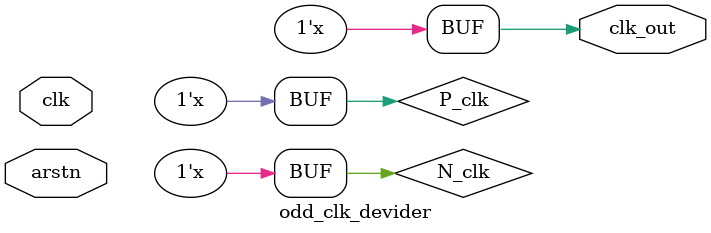
<source format=v>
`timescale 1ns / 1ps


module odd_clk_devider 
#(
       parameter CLK_RATION = 5,
       parameter CNT_W= $clog2(CLK_RATION + 1) - 1,
       parameter HIGH_FLIP = CLK_RATION - 1,
       parameter LOW_FLIP = HIGH_FLIP/2
   
)(

     input                          clk,
    input                           arstn,
    output                      clk_out

    );

   //posedge agent
   
   reg [CNT_W:0] P_cnt = 0;
   reg P_clk = 0;
   always@(posedge(clk) or negedge(arstn))begin 
                if(!arstn)begin
                     P_cnt <= 0;
                end
                else if (P_cnt == HIGH_FLIP)begin
                     P_cnt <= 0; 
                end
                else begin
                     P_cnt <= P_cnt + 1;
                end
                
   end
   always@(*)begin
            if(P_cnt == HIGH_FLIP || P_cnt == LOW_FLIP)begin
                    P_clk = ~P_clk;
            end
            else begin
                   P_clk = P_clk;
            end
    end 
    
   //negedge agent
   reg [CNT_W:0] N_cnt = 0;
   reg N_clk = 0;
   always@(negedge(clk) or negedge(arstn))begin 
                if(!arstn)begin
                     N_cnt <= 0;
                end
                else if (N_cnt == HIGH_FLIP)begin
                     N_cnt <= 0; 
                end
                else begin
                     N_cnt <= N_cnt + 1;
                end
                
   end
   always@(*)begin
            if(N_cnt == HIGH_FLIP || N_cnt == LOW_FLIP)begin
                    N_clk = ~N_clk;
            end
            else begin
                   N_clk = N_clk;
            end
    end 
    
    assign clk_out =  N_clk || P_clk;
    
endmodule

</source>
